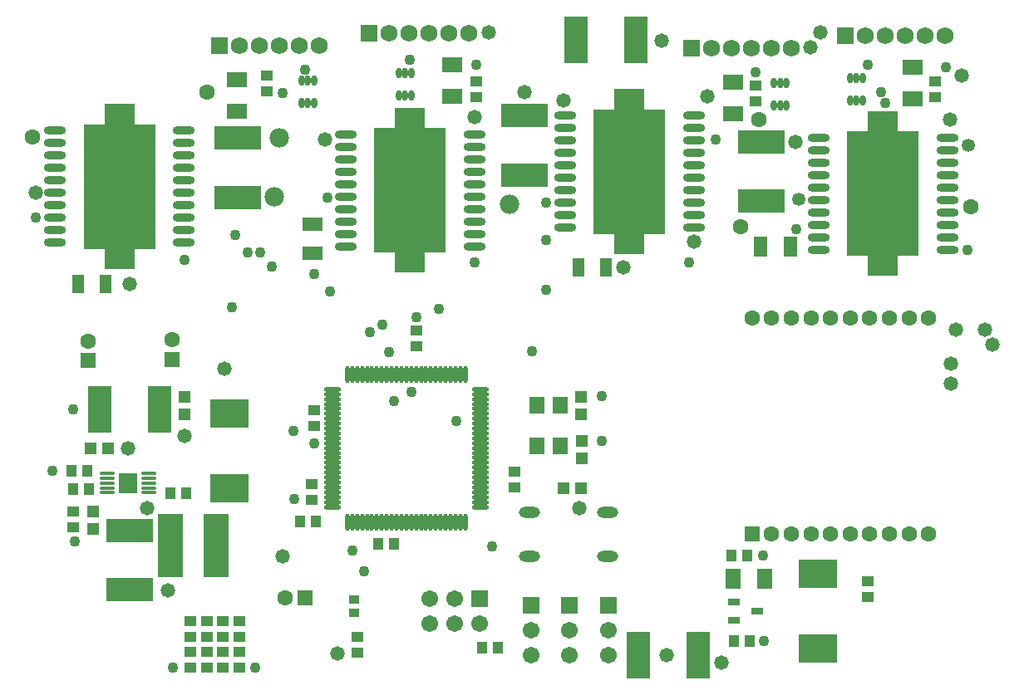
<source format=gts>
%FSLAX25Y25*%
%MOIN*%
G70*
G01*
G75*
G04 Layer_Color=8388736*
%ADD10R,0.07480X0.05315*%
%ADD11R,0.03937X0.03543*%
%ADD12R,0.03543X0.03937*%
%ADD13R,0.04331X0.04331*%
%ADD14O,0.05315X0.00984*%
%ADD15R,0.06614X0.07402*%
%ADD16R,0.11417X0.07874*%
%ADD17R,0.28346X0.49606*%
%ADD18O,0.08071X0.02362*%
%ADD19O,0.01575X0.03347*%
%ADD20R,0.04331X0.04331*%
%ADD21R,0.04528X0.07087*%
%ADD22R,0.08858X0.18110*%
%ADD23R,0.18110X0.08858*%
%ADD24R,0.09291X0.24882*%
%ADD25R,0.03740X0.06693*%
%ADD26R,0.15000X0.11000*%
%ADD27O,0.07677X0.03543*%
%ADD28R,0.05500X0.06300*%
%ADD29O,0.06102X0.00984*%
%ADD30O,0.00984X0.06102*%
%ADD31R,0.05315X0.07480*%
%ADD32R,0.03937X0.02362*%
%ADD33R,0.03543X0.02756*%
%ADD34R,0.07087X0.04528*%
%ADD35C,0.01200*%
%ADD36C,0.01000*%
%ADD37C,0.00700*%
%ADD38C,0.04000*%
%ADD39C,0.03000*%
%ADD40C,0.02000*%
%ADD41C,0.08000*%
%ADD42C,0.05000*%
%ADD43C,0.02500*%
%ADD44C,0.01500*%
%ADD45C,0.07500*%
%ADD46C,0.05512*%
%ADD47R,0.05512X0.05512*%
%ADD48C,0.05906*%
%ADD49R,0.05906X0.05906*%
%ADD50R,0.06000X0.06000*%
%ADD51C,0.06000*%
%ADD52R,0.05906X0.05906*%
%ADD53R,0.05512X0.05512*%
%ADD54C,0.03500*%
%ADD55C,0.05000*%
%ADD56C,0.01969*%
%ADD57C,0.07000*%
%ADD58C,0.05500*%
%ADD59C,0.04500*%
%ADD60C,0.00984*%
%ADD61C,0.00394*%
%ADD62C,0.02362*%
%ADD63C,0.00787*%
%ADD64C,0.00500*%
%ADD65C,0.00800*%
%ADD66R,0.08280X0.06115*%
%ADD67R,0.04737X0.04343*%
%ADD68R,0.04343X0.04737*%
%ADD69R,0.05131X0.05131*%
%ADD70O,0.05961X0.01630*%
%ADD71R,0.07260X0.08047*%
%ADD72R,0.12217X0.08674*%
%ADD73R,0.29146X0.50406*%
%ADD74O,0.08871X0.03162*%
%ADD75O,0.02375X0.04147*%
%ADD76R,0.05131X0.05131*%
%ADD77R,0.05328X0.07887*%
%ADD78R,0.09658X0.18910*%
%ADD79R,0.18910X0.09658*%
%ADD80R,0.10091X0.25682*%
%ADD81R,0.04540X0.07493*%
%ADD82R,0.15800X0.11800*%
%ADD83O,0.08477X0.04343*%
%ADD84R,0.06300X0.07100*%
%ADD85O,0.06902X0.01784*%
%ADD86O,0.01784X0.06902*%
%ADD87R,0.06115X0.08280*%
%ADD88R,0.04737X0.03162*%
%ADD89R,0.04343X0.03556*%
%ADD90R,0.07887X0.05328*%
%ADD91C,0.06312*%
%ADD92R,0.06312X0.06312*%
%ADD93C,0.06706*%
%ADD94R,0.06706X0.06706*%
%ADD95R,0.06800X0.06800*%
%ADD96C,0.06800*%
%ADD97R,0.06706X0.06706*%
%ADD98R,0.06312X0.06312*%
%ADD99C,0.05800*%
%ADD100C,0.02769*%
%ADD101C,0.07800*%
%ADD102C,0.04300*%
%ADD103C,0.06300*%
%ADD104C,0.05300*%
D66*
X241500Y430299D02*
D03*
Y417701D02*
D03*
X328000Y436299D02*
D03*
Y423701D02*
D03*
X440500Y429299D02*
D03*
Y416701D02*
D03*
X512500Y435299D02*
D03*
Y422701D02*
D03*
D67*
X272500Y291350D02*
D03*
Y297650D02*
D03*
X271500Y268150D02*
D03*
Y261850D02*
D03*
X494500Y229150D02*
D03*
Y222850D02*
D03*
X353000Y266850D02*
D03*
Y273150D02*
D03*
X313500Y329650D02*
D03*
Y323350D02*
D03*
X337500Y429650D02*
D03*
Y423350D02*
D03*
X521500Y429650D02*
D03*
Y423350D02*
D03*
X449500Y428150D02*
D03*
Y421850D02*
D03*
X253500Y432150D02*
D03*
Y425850D02*
D03*
X176000Y257150D02*
D03*
Y250850D02*
D03*
X242500Y194350D02*
D03*
Y200650D02*
D03*
X236000Y194350D02*
D03*
Y200650D02*
D03*
X229500Y194350D02*
D03*
Y200650D02*
D03*
X223000Y194350D02*
D03*
Y200650D02*
D03*
X242500Y213150D02*
D03*
Y206850D02*
D03*
X236000Y213150D02*
D03*
Y206850D02*
D03*
X229500Y213150D02*
D03*
Y206850D02*
D03*
X223000Y213150D02*
D03*
Y206850D02*
D03*
X290000Y200350D02*
D03*
Y206650D02*
D03*
D68*
X273150Y253000D02*
D03*
X266850D02*
D03*
X446150Y239500D02*
D03*
X439850D02*
D03*
X221150Y264500D02*
D03*
X214850D02*
D03*
X346150Y202500D02*
D03*
X339850D02*
D03*
X175850Y266000D02*
D03*
X182150D02*
D03*
X304650Y244000D02*
D03*
X298350D02*
D03*
X440850Y205000D02*
D03*
X447150D02*
D03*
X175350Y273500D02*
D03*
X181650D02*
D03*
D69*
X372457Y266500D02*
D03*
X379543D02*
D03*
X182957Y282500D02*
D03*
X190043D02*
D03*
D70*
X206268Y264563D02*
D03*
Y266531D02*
D03*
Y268500D02*
D03*
Y270468D02*
D03*
Y272437D02*
D03*
X189732Y264563D02*
D03*
Y266531D02*
D03*
Y268500D02*
D03*
Y270468D02*
D03*
Y272437D02*
D03*
D71*
X198000Y268500D02*
D03*
D72*
X500665Y413410D02*
D03*
Y355929D02*
D03*
X399000Y422240D02*
D03*
Y364760D02*
D03*
X194500Y416240D02*
D03*
Y358760D02*
D03*
X311000Y414740D02*
D03*
Y357260D02*
D03*
D73*
X500665Y384669D02*
D03*
X399000Y393500D02*
D03*
X194500Y387500D02*
D03*
X311000Y386000D02*
D03*
D74*
X474780Y407169D02*
D03*
Y402169D02*
D03*
Y397169D02*
D03*
Y392169D02*
D03*
Y387169D02*
D03*
Y382169D02*
D03*
Y377169D02*
D03*
Y372169D02*
D03*
Y367169D02*
D03*
Y362169D02*
D03*
X526551Y407169D02*
D03*
Y402169D02*
D03*
Y397169D02*
D03*
Y392169D02*
D03*
Y387169D02*
D03*
Y382169D02*
D03*
Y377169D02*
D03*
Y372169D02*
D03*
Y367169D02*
D03*
X373114Y416000D02*
D03*
Y411000D02*
D03*
Y406000D02*
D03*
Y401000D02*
D03*
Y396000D02*
D03*
Y391000D02*
D03*
Y386000D02*
D03*
Y381000D02*
D03*
Y376000D02*
D03*
Y371000D02*
D03*
X424886Y416000D02*
D03*
Y411000D02*
D03*
Y406000D02*
D03*
Y401000D02*
D03*
Y396000D02*
D03*
Y391000D02*
D03*
Y386000D02*
D03*
Y381000D02*
D03*
Y376000D02*
D03*
Y371000D02*
D03*
X168614Y410000D02*
D03*
Y405000D02*
D03*
Y400000D02*
D03*
Y395000D02*
D03*
Y390000D02*
D03*
Y385000D02*
D03*
Y380000D02*
D03*
Y375000D02*
D03*
Y370000D02*
D03*
Y365000D02*
D03*
X220386Y410000D02*
D03*
Y405000D02*
D03*
Y400000D02*
D03*
Y395000D02*
D03*
Y390000D02*
D03*
Y385000D02*
D03*
Y380000D02*
D03*
Y375000D02*
D03*
Y370000D02*
D03*
Y365000D02*
D03*
X285114Y408500D02*
D03*
Y403500D02*
D03*
Y398500D02*
D03*
Y393500D02*
D03*
Y388500D02*
D03*
Y383500D02*
D03*
Y378500D02*
D03*
Y373500D02*
D03*
Y368500D02*
D03*
Y363500D02*
D03*
X336886Y408500D02*
D03*
Y403500D02*
D03*
Y398500D02*
D03*
Y393500D02*
D03*
Y388500D02*
D03*
Y383500D02*
D03*
Y378500D02*
D03*
Y373500D02*
D03*
Y368500D02*
D03*
Y363500D02*
D03*
X526551Y362169D02*
D03*
D75*
X487441Y422071D02*
D03*
X490000D02*
D03*
X492559D02*
D03*
X487441Y430929D02*
D03*
X490000D02*
D03*
X492559D02*
D03*
X456941Y420071D02*
D03*
X459500D02*
D03*
X462059D02*
D03*
X456941Y428929D02*
D03*
X459500D02*
D03*
X462059D02*
D03*
X267441Y421071D02*
D03*
X270000D02*
D03*
X272559D02*
D03*
X267441Y429929D02*
D03*
X270000D02*
D03*
X272559D02*
D03*
X306441Y424071D02*
D03*
X309000D02*
D03*
X311559D02*
D03*
X306441Y432929D02*
D03*
X309000D02*
D03*
X311559D02*
D03*
D76*
X220500Y303043D02*
D03*
Y295957D02*
D03*
X184000Y257043D02*
D03*
Y249957D02*
D03*
X379500Y295957D02*
D03*
Y303043D02*
D03*
X380000Y278457D02*
D03*
Y285543D02*
D03*
D77*
X451594Y363500D02*
D03*
X463406D02*
D03*
D78*
X186591Y298000D02*
D03*
X210409D02*
D03*
X401409Y446500D02*
D03*
X377590D02*
D03*
X426409Y199500D02*
D03*
X402591D02*
D03*
D79*
X198500Y225590D02*
D03*
Y249410D02*
D03*
X452000Y405409D02*
D03*
Y381591D02*
D03*
X357000Y415909D02*
D03*
X242000Y406910D02*
D03*
Y383090D02*
D03*
X357000Y392091D02*
D03*
D80*
X233134Y243500D02*
D03*
X214866D02*
D03*
D81*
X378488Y355000D02*
D03*
X389512D02*
D03*
X177988Y348500D02*
D03*
X189012D02*
D03*
D82*
X238500Y266500D02*
D03*
Y296500D02*
D03*
X474500Y202000D02*
D03*
Y232000D02*
D03*
D83*
X358850Y256858D02*
D03*
Y239142D02*
D03*
X390150Y256858D02*
D03*
Y239142D02*
D03*
D84*
X371250Y283350D02*
D03*
Y299650D02*
D03*
X361750D02*
D03*
Y283350D02*
D03*
D85*
X279874Y258878D02*
D03*
Y260846D02*
D03*
Y262815D02*
D03*
Y264784D02*
D03*
Y266752D02*
D03*
Y268721D02*
D03*
Y270689D02*
D03*
Y272657D02*
D03*
Y274626D02*
D03*
Y276594D02*
D03*
Y278563D02*
D03*
Y280532D02*
D03*
Y282500D02*
D03*
Y284469D02*
D03*
Y286437D02*
D03*
Y288405D02*
D03*
Y290374D02*
D03*
Y292342D02*
D03*
Y294311D02*
D03*
Y296280D02*
D03*
Y298248D02*
D03*
Y300217D02*
D03*
Y302185D02*
D03*
Y304153D02*
D03*
Y306122D02*
D03*
X339126D02*
D03*
Y304153D02*
D03*
Y302185D02*
D03*
Y300217D02*
D03*
Y298248D02*
D03*
Y296280D02*
D03*
Y294311D02*
D03*
Y292342D02*
D03*
Y290374D02*
D03*
Y288405D02*
D03*
Y286437D02*
D03*
Y284469D02*
D03*
Y282500D02*
D03*
Y280532D02*
D03*
Y278563D02*
D03*
Y276594D02*
D03*
Y274626D02*
D03*
Y272657D02*
D03*
Y270689D02*
D03*
Y268721D02*
D03*
Y266752D02*
D03*
Y264784D02*
D03*
Y262815D02*
D03*
Y260846D02*
D03*
Y258878D02*
D03*
D86*
X285878Y312126D02*
D03*
X287846D02*
D03*
X289815D02*
D03*
X291783D02*
D03*
X293752D02*
D03*
X295721D02*
D03*
X297689D02*
D03*
X299658D02*
D03*
X301626D02*
D03*
X303594D02*
D03*
X305563D02*
D03*
X307531D02*
D03*
X309500D02*
D03*
X311469D02*
D03*
X313437D02*
D03*
X315406D02*
D03*
X317374D02*
D03*
X319342D02*
D03*
X321311D02*
D03*
X323280D02*
D03*
X325248D02*
D03*
X327217D02*
D03*
X329185D02*
D03*
X331153D02*
D03*
X333122D02*
D03*
Y252874D02*
D03*
X331153D02*
D03*
X329185D02*
D03*
X327217D02*
D03*
X325248D02*
D03*
X323280D02*
D03*
X321311D02*
D03*
X319342D02*
D03*
X317374D02*
D03*
X315406D02*
D03*
X313437D02*
D03*
X311469D02*
D03*
X309500D02*
D03*
X307531D02*
D03*
X305563D02*
D03*
X303594D02*
D03*
X301626D02*
D03*
X299658D02*
D03*
X297689D02*
D03*
X295721D02*
D03*
X293752D02*
D03*
X291783D02*
D03*
X289815D02*
D03*
X287846D02*
D03*
X285878D02*
D03*
D87*
X440701Y230000D02*
D03*
X453299D02*
D03*
D88*
X450224Y217000D02*
D03*
X440776Y213260D02*
D03*
Y220740D02*
D03*
D89*
X288500Y216244D02*
D03*
Y221756D02*
D03*
D90*
X272000Y372406D02*
D03*
Y360595D02*
D03*
D91*
X519000Y248000D02*
D03*
X511126D02*
D03*
X503252D02*
D03*
X495378D02*
D03*
X487504D02*
D03*
X479630D02*
D03*
X471756D02*
D03*
X463882D02*
D03*
X456008D02*
D03*
X448134Y334614D02*
D03*
X456008D02*
D03*
X463882D02*
D03*
X471756D02*
D03*
X479630D02*
D03*
X487504D02*
D03*
X495378D02*
D03*
X503252D02*
D03*
X511126D02*
D03*
X519000D02*
D03*
X261063Y222500D02*
D03*
X215500Y325937D02*
D03*
X182000Y325437D02*
D03*
D92*
X448134Y248000D02*
D03*
X268937Y222500D02*
D03*
D93*
X319000Y212000D02*
D03*
Y222000D02*
D03*
X329000Y212000D02*
D03*
Y222000D02*
D03*
X339000Y212000D02*
D03*
X390500Y199500D02*
D03*
Y209500D02*
D03*
X375000Y199244D02*
D03*
Y209244D02*
D03*
X359500Y199500D02*
D03*
Y209500D02*
D03*
D94*
X339000Y222000D02*
D03*
D95*
X485500Y448000D02*
D03*
X424000Y443000D02*
D03*
X294500Y449000D02*
D03*
X234500Y444000D02*
D03*
D96*
X493500Y448000D02*
D03*
X501500D02*
D03*
X509500D02*
D03*
X517500D02*
D03*
X525500D02*
D03*
X464000Y443000D02*
D03*
X456000D02*
D03*
X448000D02*
D03*
X440000D02*
D03*
X432000D02*
D03*
X334500Y449000D02*
D03*
X326500D02*
D03*
X318500D02*
D03*
X310500D02*
D03*
X302500D02*
D03*
X274500Y444000D02*
D03*
X266500D02*
D03*
X258500D02*
D03*
X250500D02*
D03*
X242500D02*
D03*
D97*
X390500Y219500D02*
D03*
X375000Y219244D02*
D03*
X359500Y219500D02*
D03*
D98*
X215500Y318063D02*
D03*
X182000Y317563D02*
D03*
D99*
X396500Y355000D02*
D03*
X260000Y239000D02*
D03*
X541500Y330000D02*
D03*
X527500Y414500D02*
D03*
X436000Y196500D02*
D03*
X532187Y432187D02*
D03*
X342521Y449521D02*
D03*
X471500Y443500D02*
D03*
X161000Y385000D02*
D03*
X198500Y348500D02*
D03*
X236500Y314500D02*
D03*
X530000Y330000D02*
D03*
X544500Y324000D02*
D03*
X379000Y258500D02*
D03*
X430386Y423886D02*
D03*
X425000Y365500D02*
D03*
X372500Y422000D02*
D03*
X414000Y199500D02*
D03*
X214000Y225500D02*
D03*
X281890Y200110D02*
D03*
X220500Y287500D02*
D03*
X205500Y258500D02*
D03*
X198000Y282500D02*
D03*
X337000Y415500D02*
D03*
X475500Y449500D02*
D03*
X528000Y308500D02*
D03*
Y316500D02*
D03*
X412000Y446000D02*
D03*
X465500Y405500D02*
D03*
X357000Y425500D02*
D03*
X277000Y406500D02*
D03*
D100*
X489839Y406323D02*
D03*
X494169D02*
D03*
X498500D02*
D03*
X502831D02*
D03*
X507161D02*
D03*
X511492D02*
D03*
X489839Y401992D02*
D03*
X494169D02*
D03*
X498500D02*
D03*
X502831D02*
D03*
X507161D02*
D03*
X511492D02*
D03*
X489839Y397661D02*
D03*
X494169D02*
D03*
X498500D02*
D03*
X502831D02*
D03*
X507161D02*
D03*
X511492D02*
D03*
X489839Y393331D02*
D03*
X494169D02*
D03*
X498500D02*
D03*
X502831D02*
D03*
X507161D02*
D03*
X511492D02*
D03*
X489839Y389000D02*
D03*
X494169D02*
D03*
X498500D02*
D03*
X502831D02*
D03*
X507161D02*
D03*
X511492D02*
D03*
X489839Y384669D02*
D03*
X494169D02*
D03*
X498500D02*
D03*
X502831D02*
D03*
X507161D02*
D03*
X511492D02*
D03*
X489839Y380339D02*
D03*
X494169D02*
D03*
X498500D02*
D03*
X502831D02*
D03*
X507161D02*
D03*
X511492D02*
D03*
X489839Y376008D02*
D03*
X494169D02*
D03*
X498500D02*
D03*
X502831D02*
D03*
X507161D02*
D03*
X511492D02*
D03*
X489839Y371677D02*
D03*
X494169D02*
D03*
X498500D02*
D03*
X502831D02*
D03*
X507161D02*
D03*
X511492D02*
D03*
X489839Y367347D02*
D03*
X494169D02*
D03*
X498500D02*
D03*
X502831D02*
D03*
X507161D02*
D03*
X511492D02*
D03*
X489839Y363016D02*
D03*
X494169D02*
D03*
X498500D02*
D03*
X502831D02*
D03*
X507161D02*
D03*
X511492D02*
D03*
X388173Y415154D02*
D03*
X392504D02*
D03*
X396835D02*
D03*
X401165D02*
D03*
X405496D02*
D03*
X409827D02*
D03*
X388173Y410823D02*
D03*
X392504D02*
D03*
X396835D02*
D03*
X401165D02*
D03*
X405496D02*
D03*
X409827D02*
D03*
X388173Y406492D02*
D03*
X392504D02*
D03*
X396835D02*
D03*
X401165D02*
D03*
X405496D02*
D03*
X409827D02*
D03*
X388173Y402161D02*
D03*
X392504D02*
D03*
X396835D02*
D03*
X401165D02*
D03*
X405496D02*
D03*
X409827D02*
D03*
X388173Y397831D02*
D03*
X392504D02*
D03*
X396835D02*
D03*
X401165D02*
D03*
X405496D02*
D03*
X409827D02*
D03*
X388173Y393500D02*
D03*
X392504D02*
D03*
X396835D02*
D03*
X401165D02*
D03*
X405496D02*
D03*
X409827D02*
D03*
X388173Y389169D02*
D03*
X392504D02*
D03*
X396835D02*
D03*
X401165D02*
D03*
X405496D02*
D03*
X409827D02*
D03*
X388173Y384839D02*
D03*
X392504D02*
D03*
X396835D02*
D03*
X401165D02*
D03*
X405496D02*
D03*
X409827D02*
D03*
X388173Y380508D02*
D03*
X392504D02*
D03*
X396835D02*
D03*
X401165D02*
D03*
X405496D02*
D03*
X409827D02*
D03*
X388173Y376177D02*
D03*
X392504D02*
D03*
X396835D02*
D03*
X401165D02*
D03*
X405496D02*
D03*
X409827D02*
D03*
X388173Y371847D02*
D03*
X392504D02*
D03*
X396835D02*
D03*
X401165D02*
D03*
X405496D02*
D03*
X409827D02*
D03*
X183673Y409154D02*
D03*
X188004D02*
D03*
X192335D02*
D03*
X196665D02*
D03*
X200996D02*
D03*
X205327D02*
D03*
X183673Y404823D02*
D03*
X188004D02*
D03*
X192335D02*
D03*
X196665D02*
D03*
X200996D02*
D03*
X205327D02*
D03*
X183673Y400492D02*
D03*
X188004D02*
D03*
X192335D02*
D03*
X196665D02*
D03*
X200996D02*
D03*
X205327D02*
D03*
X183673Y396161D02*
D03*
X188004D02*
D03*
X192335D02*
D03*
X196665D02*
D03*
X200996D02*
D03*
X205327D02*
D03*
X183673Y391831D02*
D03*
X188004D02*
D03*
X192335D02*
D03*
X196665D02*
D03*
X200996D02*
D03*
X205327D02*
D03*
X183673Y387500D02*
D03*
X188004D02*
D03*
X192335D02*
D03*
X196665D02*
D03*
X200996D02*
D03*
X205327D02*
D03*
X183673Y383169D02*
D03*
X188004D02*
D03*
X192335D02*
D03*
X196665D02*
D03*
X200996D02*
D03*
X205327D02*
D03*
X183673Y378839D02*
D03*
X188004D02*
D03*
X192335D02*
D03*
X196665D02*
D03*
X200996D02*
D03*
X205327D02*
D03*
X183673Y374508D02*
D03*
X188004D02*
D03*
X192335D02*
D03*
X196665D02*
D03*
X200996D02*
D03*
X205327D02*
D03*
X183673Y370177D02*
D03*
X188004D02*
D03*
X192335D02*
D03*
X196665D02*
D03*
X200996D02*
D03*
X205327D02*
D03*
X183673Y365846D02*
D03*
X188004D02*
D03*
X192335D02*
D03*
X196665D02*
D03*
X200996D02*
D03*
X205327D02*
D03*
X300173Y407654D02*
D03*
X304504D02*
D03*
X308835D02*
D03*
X313165D02*
D03*
X317496D02*
D03*
X321827D02*
D03*
X300173Y403323D02*
D03*
X304504D02*
D03*
X308835D02*
D03*
X313165D02*
D03*
X317496D02*
D03*
X321827D02*
D03*
X300173Y398992D02*
D03*
X304504D02*
D03*
X308835D02*
D03*
X313165D02*
D03*
X317496D02*
D03*
X321827D02*
D03*
X300173Y394661D02*
D03*
X304504D02*
D03*
X308835D02*
D03*
X313165D02*
D03*
X317496D02*
D03*
X321827D02*
D03*
X300173Y390331D02*
D03*
X304504D02*
D03*
X308835D02*
D03*
X313165D02*
D03*
X317496D02*
D03*
X321827D02*
D03*
X300173Y386000D02*
D03*
X304504D02*
D03*
X308835D02*
D03*
X313165D02*
D03*
X317496D02*
D03*
X321827D02*
D03*
X300173Y381669D02*
D03*
X304504D02*
D03*
X308835D02*
D03*
X313165D02*
D03*
X317496D02*
D03*
X321827D02*
D03*
X300173Y377339D02*
D03*
X304504D02*
D03*
X308835D02*
D03*
X313165D02*
D03*
X317496D02*
D03*
X321827D02*
D03*
X300173Y373008D02*
D03*
X304504D02*
D03*
X308835D02*
D03*
X313165D02*
D03*
X317496D02*
D03*
X321827D02*
D03*
X300173Y368677D02*
D03*
X304504D02*
D03*
X308835D02*
D03*
X313165D02*
D03*
X317496D02*
D03*
X321827D02*
D03*
X300173Y364347D02*
D03*
X304504D02*
D03*
X308835D02*
D03*
X313165D02*
D03*
X317496D02*
D03*
X321827D02*
D03*
X198000Y270665D02*
D03*
Y266335D02*
D03*
D101*
X256500Y383500D02*
D03*
X350764Y380500D02*
D03*
X258500Y407000D02*
D03*
D102*
X272500Y352500D02*
D03*
X466000Y370500D02*
D03*
X452500Y239500D02*
D03*
X272500Y284500D02*
D03*
X161000Y375000D02*
D03*
X365500Y381000D02*
D03*
X264300Y289450D02*
D03*
X264500Y262000D02*
D03*
X288000Y241500D02*
D03*
X302500Y321000D02*
D03*
X300000Y332000D02*
D03*
X388000Y303500D02*
D03*
Y285500D02*
D03*
X337500Y436500D02*
D03*
X311000Y438500D02*
D03*
X337000Y357000D02*
D03*
X260000Y425000D02*
D03*
X246000Y361000D02*
D03*
X251000D02*
D03*
X255466Y355400D02*
D03*
X278000Y383000D02*
D03*
X220500Y358000D02*
D03*
X176000Y298000D02*
D03*
X176500Y245000D02*
D03*
X167500Y273500D02*
D03*
X269000Y434500D02*
D03*
X360000Y321500D02*
D03*
X365500Y366000D02*
D03*
X423000Y357000D02*
D03*
X534500Y362000D02*
D03*
X279000Y345500D02*
D03*
X239500Y339000D02*
D03*
X216000Y194500D02*
D03*
X249000D02*
D03*
X494500Y436500D02*
D03*
X501500Y421000D02*
D03*
X499750Y425500D02*
D03*
X526000Y435500D02*
D03*
X241000Y368000D02*
D03*
X453000Y205000D02*
D03*
X295000Y329000D02*
D03*
X292500Y233000D02*
D03*
X311469Y305000D02*
D03*
X329500Y293500D02*
D03*
X313500Y335000D02*
D03*
X365500Y346000D02*
D03*
X344000Y243000D02*
D03*
X304500Y301500D02*
D03*
X433500Y406500D02*
D03*
X322500Y338500D02*
D03*
X449500Y433500D02*
D03*
D103*
X229500Y425500D02*
D03*
X536000Y379500D02*
D03*
X159500Y407500D02*
D03*
X443500Y371500D02*
D03*
X451000Y414500D02*
D03*
D104*
X535000Y404000D02*
D03*
X467000Y382500D02*
D03*
M02*

</source>
